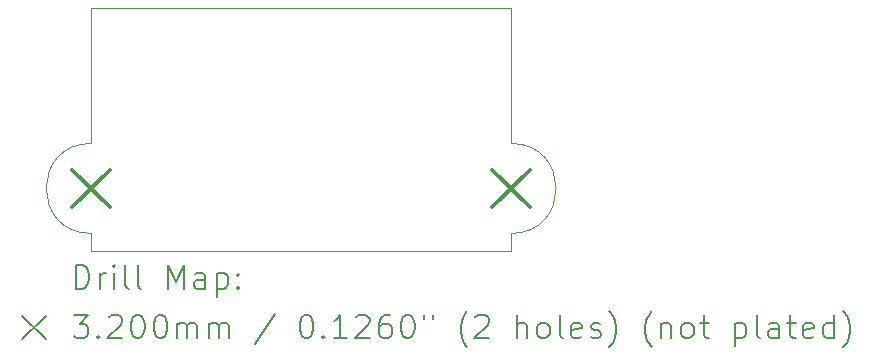
<source format=gbr>
%FSLAX45Y45*%
G04 Gerber Fmt 4.5, Leading zero omitted, Abs format (unit mm)*
G04 Created by KiCad (PCBNEW (6.0.0)) date 2022-01-24 18:04:21*
%MOMM*%
%LPD*%
G01*
G04 APERTURE LIST*
%TA.AperFunction,Profile*%
%ADD10C,0.100000*%
%TD*%
%ADD11C,0.200000*%
%ADD12C,0.320000*%
G04 APERTURE END LIST*
D10*
X16764000Y-10439400D02*
X13208000Y-10439400D01*
X13208000Y-10439400D02*
X13208000Y-10287000D01*
X16764000Y-10287000D02*
X16764000Y-10439400D01*
X13208000Y-9525000D02*
G75*
G03*
X13208000Y-10287000I0J-381000D01*
G01*
X13208000Y-8382000D02*
X16764000Y-8382000D01*
X16764000Y-8382000D02*
X16764000Y-9525000D01*
X13208000Y-9525000D02*
X13208000Y-8382000D01*
X16764000Y-10287000D02*
G75*
G03*
X16764000Y-9525000I0J381000D01*
G01*
D11*
D12*
X13048000Y-9746000D02*
X13368000Y-10066000D01*
X13368000Y-9746000D02*
X13048000Y-10066000D01*
X16604000Y-9746000D02*
X16924000Y-10066000D01*
X16924000Y-9746000D02*
X16604000Y-10066000D01*
D11*
X13079619Y-10754876D02*
X13079619Y-10554876D01*
X13127238Y-10554876D01*
X13155809Y-10564400D01*
X13174857Y-10583448D01*
X13184381Y-10602495D01*
X13193905Y-10640590D01*
X13193905Y-10669162D01*
X13184381Y-10707257D01*
X13174857Y-10726305D01*
X13155809Y-10745352D01*
X13127238Y-10754876D01*
X13079619Y-10754876D01*
X13279619Y-10754876D02*
X13279619Y-10621543D01*
X13279619Y-10659638D02*
X13289143Y-10640590D01*
X13298667Y-10631067D01*
X13317714Y-10621543D01*
X13336762Y-10621543D01*
X13403428Y-10754876D02*
X13403428Y-10621543D01*
X13403428Y-10554876D02*
X13393905Y-10564400D01*
X13403428Y-10573924D01*
X13412952Y-10564400D01*
X13403428Y-10554876D01*
X13403428Y-10573924D01*
X13527238Y-10754876D02*
X13508190Y-10745352D01*
X13498667Y-10726305D01*
X13498667Y-10554876D01*
X13632000Y-10754876D02*
X13612952Y-10745352D01*
X13603428Y-10726305D01*
X13603428Y-10554876D01*
X13860571Y-10754876D02*
X13860571Y-10554876D01*
X13927238Y-10697733D01*
X13993905Y-10554876D01*
X13993905Y-10754876D01*
X14174857Y-10754876D02*
X14174857Y-10650114D01*
X14165333Y-10631067D01*
X14146286Y-10621543D01*
X14108190Y-10621543D01*
X14089143Y-10631067D01*
X14174857Y-10745352D02*
X14155809Y-10754876D01*
X14108190Y-10754876D01*
X14089143Y-10745352D01*
X14079619Y-10726305D01*
X14079619Y-10707257D01*
X14089143Y-10688210D01*
X14108190Y-10678686D01*
X14155809Y-10678686D01*
X14174857Y-10669162D01*
X14270095Y-10621543D02*
X14270095Y-10821543D01*
X14270095Y-10631067D02*
X14289143Y-10621543D01*
X14327238Y-10621543D01*
X14346286Y-10631067D01*
X14355809Y-10640590D01*
X14365333Y-10659638D01*
X14365333Y-10716781D01*
X14355809Y-10735829D01*
X14346286Y-10745352D01*
X14327238Y-10754876D01*
X14289143Y-10754876D01*
X14270095Y-10745352D01*
X14451048Y-10735829D02*
X14460571Y-10745352D01*
X14451048Y-10754876D01*
X14441524Y-10745352D01*
X14451048Y-10735829D01*
X14451048Y-10754876D01*
X14451048Y-10631067D02*
X14460571Y-10640590D01*
X14451048Y-10650114D01*
X14441524Y-10640590D01*
X14451048Y-10631067D01*
X14451048Y-10650114D01*
X12622000Y-10984400D02*
X12822000Y-11184400D01*
X12822000Y-10984400D02*
X12622000Y-11184400D01*
X13060571Y-10974876D02*
X13184381Y-10974876D01*
X13117714Y-11051067D01*
X13146286Y-11051067D01*
X13165333Y-11060590D01*
X13174857Y-11070114D01*
X13184381Y-11089162D01*
X13184381Y-11136781D01*
X13174857Y-11155829D01*
X13165333Y-11165352D01*
X13146286Y-11174876D01*
X13089143Y-11174876D01*
X13070095Y-11165352D01*
X13060571Y-11155829D01*
X13270095Y-11155829D02*
X13279619Y-11165352D01*
X13270095Y-11174876D01*
X13260571Y-11165352D01*
X13270095Y-11155829D01*
X13270095Y-11174876D01*
X13355809Y-10993924D02*
X13365333Y-10984400D01*
X13384381Y-10974876D01*
X13432000Y-10974876D01*
X13451048Y-10984400D01*
X13460571Y-10993924D01*
X13470095Y-11012971D01*
X13470095Y-11032019D01*
X13460571Y-11060590D01*
X13346286Y-11174876D01*
X13470095Y-11174876D01*
X13593905Y-10974876D02*
X13612952Y-10974876D01*
X13632000Y-10984400D01*
X13641524Y-10993924D01*
X13651048Y-11012971D01*
X13660571Y-11051067D01*
X13660571Y-11098686D01*
X13651048Y-11136781D01*
X13641524Y-11155829D01*
X13632000Y-11165352D01*
X13612952Y-11174876D01*
X13593905Y-11174876D01*
X13574857Y-11165352D01*
X13565333Y-11155829D01*
X13555809Y-11136781D01*
X13546286Y-11098686D01*
X13546286Y-11051067D01*
X13555809Y-11012971D01*
X13565333Y-10993924D01*
X13574857Y-10984400D01*
X13593905Y-10974876D01*
X13784381Y-10974876D02*
X13803428Y-10974876D01*
X13822476Y-10984400D01*
X13832000Y-10993924D01*
X13841524Y-11012971D01*
X13851048Y-11051067D01*
X13851048Y-11098686D01*
X13841524Y-11136781D01*
X13832000Y-11155829D01*
X13822476Y-11165352D01*
X13803428Y-11174876D01*
X13784381Y-11174876D01*
X13765333Y-11165352D01*
X13755809Y-11155829D01*
X13746286Y-11136781D01*
X13736762Y-11098686D01*
X13736762Y-11051067D01*
X13746286Y-11012971D01*
X13755809Y-10993924D01*
X13765333Y-10984400D01*
X13784381Y-10974876D01*
X13936762Y-11174876D02*
X13936762Y-11041543D01*
X13936762Y-11060590D02*
X13946286Y-11051067D01*
X13965333Y-11041543D01*
X13993905Y-11041543D01*
X14012952Y-11051067D01*
X14022476Y-11070114D01*
X14022476Y-11174876D01*
X14022476Y-11070114D02*
X14032000Y-11051067D01*
X14051048Y-11041543D01*
X14079619Y-11041543D01*
X14098667Y-11051067D01*
X14108190Y-11070114D01*
X14108190Y-11174876D01*
X14203428Y-11174876D02*
X14203428Y-11041543D01*
X14203428Y-11060590D02*
X14212952Y-11051067D01*
X14232000Y-11041543D01*
X14260571Y-11041543D01*
X14279619Y-11051067D01*
X14289143Y-11070114D01*
X14289143Y-11174876D01*
X14289143Y-11070114D02*
X14298667Y-11051067D01*
X14317714Y-11041543D01*
X14346286Y-11041543D01*
X14365333Y-11051067D01*
X14374857Y-11070114D01*
X14374857Y-11174876D01*
X14765333Y-10965352D02*
X14593905Y-11222495D01*
X15022476Y-10974876D02*
X15041524Y-10974876D01*
X15060571Y-10984400D01*
X15070095Y-10993924D01*
X15079619Y-11012971D01*
X15089143Y-11051067D01*
X15089143Y-11098686D01*
X15079619Y-11136781D01*
X15070095Y-11155829D01*
X15060571Y-11165352D01*
X15041524Y-11174876D01*
X15022476Y-11174876D01*
X15003428Y-11165352D01*
X14993905Y-11155829D01*
X14984381Y-11136781D01*
X14974857Y-11098686D01*
X14974857Y-11051067D01*
X14984381Y-11012971D01*
X14993905Y-10993924D01*
X15003428Y-10984400D01*
X15022476Y-10974876D01*
X15174857Y-11155829D02*
X15184381Y-11165352D01*
X15174857Y-11174876D01*
X15165333Y-11165352D01*
X15174857Y-11155829D01*
X15174857Y-11174876D01*
X15374857Y-11174876D02*
X15260571Y-11174876D01*
X15317714Y-11174876D02*
X15317714Y-10974876D01*
X15298667Y-11003448D01*
X15279619Y-11022495D01*
X15260571Y-11032019D01*
X15451048Y-10993924D02*
X15460571Y-10984400D01*
X15479619Y-10974876D01*
X15527238Y-10974876D01*
X15546286Y-10984400D01*
X15555809Y-10993924D01*
X15565333Y-11012971D01*
X15565333Y-11032019D01*
X15555809Y-11060590D01*
X15441524Y-11174876D01*
X15565333Y-11174876D01*
X15736762Y-10974876D02*
X15698667Y-10974876D01*
X15679619Y-10984400D01*
X15670095Y-10993924D01*
X15651048Y-11022495D01*
X15641524Y-11060590D01*
X15641524Y-11136781D01*
X15651048Y-11155829D01*
X15660571Y-11165352D01*
X15679619Y-11174876D01*
X15717714Y-11174876D01*
X15736762Y-11165352D01*
X15746286Y-11155829D01*
X15755809Y-11136781D01*
X15755809Y-11089162D01*
X15746286Y-11070114D01*
X15736762Y-11060590D01*
X15717714Y-11051067D01*
X15679619Y-11051067D01*
X15660571Y-11060590D01*
X15651048Y-11070114D01*
X15641524Y-11089162D01*
X15879619Y-10974876D02*
X15898667Y-10974876D01*
X15917714Y-10984400D01*
X15927238Y-10993924D01*
X15936762Y-11012971D01*
X15946286Y-11051067D01*
X15946286Y-11098686D01*
X15936762Y-11136781D01*
X15927238Y-11155829D01*
X15917714Y-11165352D01*
X15898667Y-11174876D01*
X15879619Y-11174876D01*
X15860571Y-11165352D01*
X15851048Y-11155829D01*
X15841524Y-11136781D01*
X15832000Y-11098686D01*
X15832000Y-11051067D01*
X15841524Y-11012971D01*
X15851048Y-10993924D01*
X15860571Y-10984400D01*
X15879619Y-10974876D01*
X16022476Y-10974876D02*
X16022476Y-11012971D01*
X16098667Y-10974876D02*
X16098667Y-11012971D01*
X16393905Y-11251067D02*
X16384381Y-11241543D01*
X16365333Y-11212971D01*
X16355809Y-11193924D01*
X16346286Y-11165352D01*
X16336762Y-11117733D01*
X16336762Y-11079638D01*
X16346286Y-11032019D01*
X16355809Y-11003448D01*
X16365333Y-10984400D01*
X16384381Y-10955829D01*
X16393905Y-10946305D01*
X16460571Y-10993924D02*
X16470095Y-10984400D01*
X16489143Y-10974876D01*
X16536762Y-10974876D01*
X16555809Y-10984400D01*
X16565333Y-10993924D01*
X16574857Y-11012971D01*
X16574857Y-11032019D01*
X16565333Y-11060590D01*
X16451048Y-11174876D01*
X16574857Y-11174876D01*
X16812952Y-11174876D02*
X16812952Y-10974876D01*
X16898667Y-11174876D02*
X16898667Y-11070114D01*
X16889143Y-11051067D01*
X16870095Y-11041543D01*
X16841524Y-11041543D01*
X16822476Y-11051067D01*
X16812952Y-11060590D01*
X17022476Y-11174876D02*
X17003429Y-11165352D01*
X16993905Y-11155829D01*
X16984381Y-11136781D01*
X16984381Y-11079638D01*
X16993905Y-11060590D01*
X17003429Y-11051067D01*
X17022476Y-11041543D01*
X17051048Y-11041543D01*
X17070095Y-11051067D01*
X17079619Y-11060590D01*
X17089143Y-11079638D01*
X17089143Y-11136781D01*
X17079619Y-11155829D01*
X17070095Y-11165352D01*
X17051048Y-11174876D01*
X17022476Y-11174876D01*
X17203429Y-11174876D02*
X17184381Y-11165352D01*
X17174857Y-11146305D01*
X17174857Y-10974876D01*
X17355810Y-11165352D02*
X17336762Y-11174876D01*
X17298667Y-11174876D01*
X17279619Y-11165352D01*
X17270095Y-11146305D01*
X17270095Y-11070114D01*
X17279619Y-11051067D01*
X17298667Y-11041543D01*
X17336762Y-11041543D01*
X17355810Y-11051067D01*
X17365333Y-11070114D01*
X17365333Y-11089162D01*
X17270095Y-11108210D01*
X17441524Y-11165352D02*
X17460571Y-11174876D01*
X17498667Y-11174876D01*
X17517714Y-11165352D01*
X17527238Y-11146305D01*
X17527238Y-11136781D01*
X17517714Y-11117733D01*
X17498667Y-11108210D01*
X17470095Y-11108210D01*
X17451048Y-11098686D01*
X17441524Y-11079638D01*
X17441524Y-11070114D01*
X17451048Y-11051067D01*
X17470095Y-11041543D01*
X17498667Y-11041543D01*
X17517714Y-11051067D01*
X17593905Y-11251067D02*
X17603429Y-11241543D01*
X17622476Y-11212971D01*
X17632000Y-11193924D01*
X17641524Y-11165352D01*
X17651048Y-11117733D01*
X17651048Y-11079638D01*
X17641524Y-11032019D01*
X17632000Y-11003448D01*
X17622476Y-10984400D01*
X17603429Y-10955829D01*
X17593905Y-10946305D01*
X17955810Y-11251067D02*
X17946286Y-11241543D01*
X17927238Y-11212971D01*
X17917714Y-11193924D01*
X17908190Y-11165352D01*
X17898667Y-11117733D01*
X17898667Y-11079638D01*
X17908190Y-11032019D01*
X17917714Y-11003448D01*
X17927238Y-10984400D01*
X17946286Y-10955829D01*
X17955810Y-10946305D01*
X18032000Y-11041543D02*
X18032000Y-11174876D01*
X18032000Y-11060590D02*
X18041524Y-11051067D01*
X18060571Y-11041543D01*
X18089143Y-11041543D01*
X18108190Y-11051067D01*
X18117714Y-11070114D01*
X18117714Y-11174876D01*
X18241524Y-11174876D02*
X18222476Y-11165352D01*
X18212952Y-11155829D01*
X18203429Y-11136781D01*
X18203429Y-11079638D01*
X18212952Y-11060590D01*
X18222476Y-11051067D01*
X18241524Y-11041543D01*
X18270095Y-11041543D01*
X18289143Y-11051067D01*
X18298667Y-11060590D01*
X18308190Y-11079638D01*
X18308190Y-11136781D01*
X18298667Y-11155829D01*
X18289143Y-11165352D01*
X18270095Y-11174876D01*
X18241524Y-11174876D01*
X18365333Y-11041543D02*
X18441524Y-11041543D01*
X18393905Y-10974876D02*
X18393905Y-11146305D01*
X18403429Y-11165352D01*
X18422476Y-11174876D01*
X18441524Y-11174876D01*
X18660571Y-11041543D02*
X18660571Y-11241543D01*
X18660571Y-11051067D02*
X18679619Y-11041543D01*
X18717714Y-11041543D01*
X18736762Y-11051067D01*
X18746286Y-11060590D01*
X18755810Y-11079638D01*
X18755810Y-11136781D01*
X18746286Y-11155829D01*
X18736762Y-11165352D01*
X18717714Y-11174876D01*
X18679619Y-11174876D01*
X18660571Y-11165352D01*
X18870095Y-11174876D02*
X18851048Y-11165352D01*
X18841524Y-11146305D01*
X18841524Y-10974876D01*
X19032000Y-11174876D02*
X19032000Y-11070114D01*
X19022476Y-11051067D01*
X19003429Y-11041543D01*
X18965333Y-11041543D01*
X18946286Y-11051067D01*
X19032000Y-11165352D02*
X19012952Y-11174876D01*
X18965333Y-11174876D01*
X18946286Y-11165352D01*
X18936762Y-11146305D01*
X18936762Y-11127257D01*
X18946286Y-11108210D01*
X18965333Y-11098686D01*
X19012952Y-11098686D01*
X19032000Y-11089162D01*
X19098667Y-11041543D02*
X19174857Y-11041543D01*
X19127238Y-10974876D02*
X19127238Y-11146305D01*
X19136762Y-11165352D01*
X19155810Y-11174876D01*
X19174857Y-11174876D01*
X19317714Y-11165352D02*
X19298667Y-11174876D01*
X19260571Y-11174876D01*
X19241524Y-11165352D01*
X19232000Y-11146305D01*
X19232000Y-11070114D01*
X19241524Y-11051067D01*
X19260571Y-11041543D01*
X19298667Y-11041543D01*
X19317714Y-11051067D01*
X19327238Y-11070114D01*
X19327238Y-11089162D01*
X19232000Y-11108210D01*
X19498667Y-11174876D02*
X19498667Y-10974876D01*
X19498667Y-11165352D02*
X19479619Y-11174876D01*
X19441524Y-11174876D01*
X19422476Y-11165352D01*
X19412952Y-11155829D01*
X19403429Y-11136781D01*
X19403429Y-11079638D01*
X19412952Y-11060590D01*
X19422476Y-11051067D01*
X19441524Y-11041543D01*
X19479619Y-11041543D01*
X19498667Y-11051067D01*
X19574857Y-11251067D02*
X19584381Y-11241543D01*
X19603429Y-11212971D01*
X19612952Y-11193924D01*
X19622476Y-11165352D01*
X19632000Y-11117733D01*
X19632000Y-11079638D01*
X19622476Y-11032019D01*
X19612952Y-11003448D01*
X19603429Y-10984400D01*
X19584381Y-10955829D01*
X19574857Y-10946305D01*
M02*

</source>
